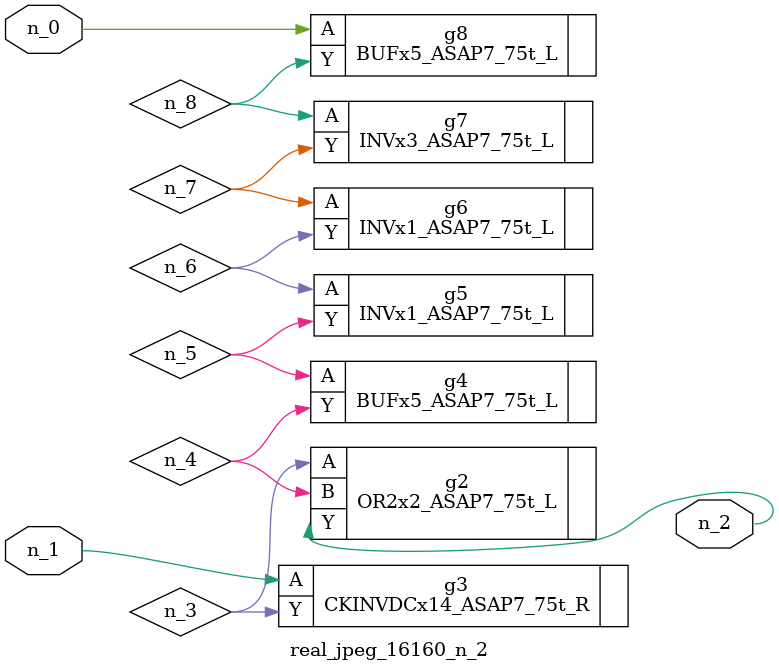
<source format=v>
module real_jpeg_16160_n_2 (n_1, n_0, n_2);

input n_1;
input n_0;

output n_2;

wire n_5;
wire n_4;
wire n_8;
wire n_6;
wire n_7;
wire n_3;

BUFx5_ASAP7_75t_L g8 ( 
.A(n_0),
.Y(n_8)
);

CKINVDCx14_ASAP7_75t_R g3 ( 
.A(n_1),
.Y(n_3)
);

OR2x2_ASAP7_75t_L g2 ( 
.A(n_3),
.B(n_4),
.Y(n_2)
);

BUFx5_ASAP7_75t_L g4 ( 
.A(n_5),
.Y(n_4)
);

INVx1_ASAP7_75t_L g5 ( 
.A(n_6),
.Y(n_5)
);

INVx1_ASAP7_75t_L g6 ( 
.A(n_7),
.Y(n_6)
);

INVx3_ASAP7_75t_L g7 ( 
.A(n_8),
.Y(n_7)
);


endmodule
</source>
